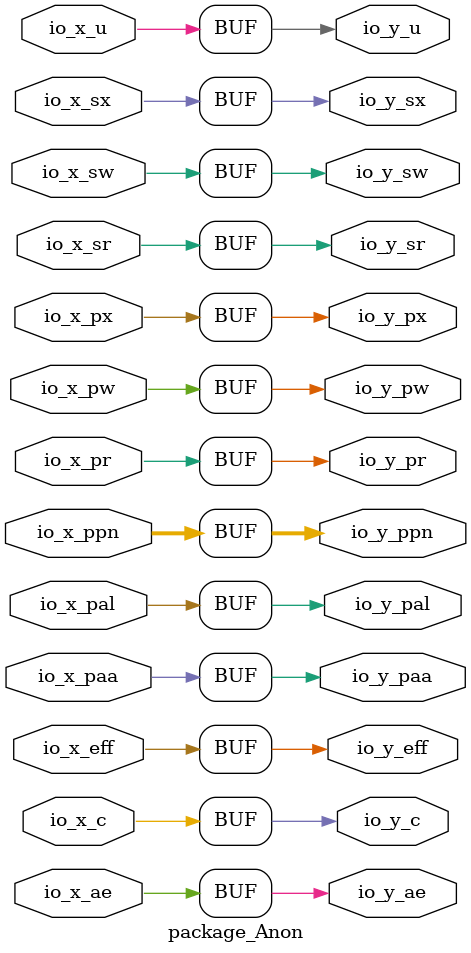
<source format=v>
module package_Anon( // @[:chipyard.TestHarness.RocketConfig.fir@195813.2]
  input  [19:0] io_x_ppn, // @[:chipyard.TestHarness.RocketConfig.fir@195816.4]
  input         io_x_u, // @[:chipyard.TestHarness.RocketConfig.fir@195816.4]
  input         io_x_ae, // @[:chipyard.TestHarness.RocketConfig.fir@195816.4]
  input         io_x_sw, // @[:chipyard.TestHarness.RocketConfig.fir@195816.4]
  input         io_x_sx, // @[:chipyard.TestHarness.RocketConfig.fir@195816.4]
  input         io_x_sr, // @[:chipyard.TestHarness.RocketConfig.fir@195816.4]
  input         io_x_pw, // @[:chipyard.TestHarness.RocketConfig.fir@195816.4]
  input         io_x_px, // @[:chipyard.TestHarness.RocketConfig.fir@195816.4]
  input         io_x_pr, // @[:chipyard.TestHarness.RocketConfig.fir@195816.4]
  input         io_x_pal, // @[:chipyard.TestHarness.RocketConfig.fir@195816.4]
  input         io_x_paa, // @[:chipyard.TestHarness.RocketConfig.fir@195816.4]
  input         io_x_eff, // @[:chipyard.TestHarness.RocketConfig.fir@195816.4]
  input         io_x_c, // @[:chipyard.TestHarness.RocketConfig.fir@195816.4]
  output [19:0] io_y_ppn, // @[:chipyard.TestHarness.RocketConfig.fir@195816.4]
  output        io_y_u, // @[:chipyard.TestHarness.RocketConfig.fir@195816.4]
  output        io_y_ae, // @[:chipyard.TestHarness.RocketConfig.fir@195816.4]
  output        io_y_sw, // @[:chipyard.TestHarness.RocketConfig.fir@195816.4]
  output        io_y_sx, // @[:chipyard.TestHarness.RocketConfig.fir@195816.4]
  output        io_y_sr, // @[:chipyard.TestHarness.RocketConfig.fir@195816.4]
  output        io_y_pw, // @[:chipyard.TestHarness.RocketConfig.fir@195816.4]
  output        io_y_px, // @[:chipyard.TestHarness.RocketConfig.fir@195816.4]
  output        io_y_pr, // @[:chipyard.TestHarness.RocketConfig.fir@195816.4]
  output        io_y_pal, // @[:chipyard.TestHarness.RocketConfig.fir@195816.4]
  output        io_y_paa, // @[:chipyard.TestHarness.RocketConfig.fir@195816.4]
  output        io_y_eff, // @[:chipyard.TestHarness.RocketConfig.fir@195816.4]
  output        io_y_c // @[:chipyard.TestHarness.RocketConfig.fir@195816.4]
);
  assign io_y_ppn = io_x_ppn; // @[package.scala 218:12:chipyard.TestHarness.RocketConfig.fir@195821.4]
  assign io_y_u = io_x_u; // @[package.scala 218:12:chipyard.TestHarness.RocketConfig.fir@195821.4]
  assign io_y_ae = io_x_ae; // @[package.scala 218:12:chipyard.TestHarness.RocketConfig.fir@195821.4]
  assign io_y_sw = io_x_sw; // @[package.scala 218:12:chipyard.TestHarness.RocketConfig.fir@195821.4]
  assign io_y_sx = io_x_sx; // @[package.scala 218:12:chipyard.TestHarness.RocketConfig.fir@195821.4]
  assign io_y_sr = io_x_sr; // @[package.scala 218:12:chipyard.TestHarness.RocketConfig.fir@195821.4]
  assign io_y_pw = io_x_pw; // @[package.scala 218:12:chipyard.TestHarness.RocketConfig.fir@195821.4]
  assign io_y_px = io_x_px; // @[package.scala 218:12:chipyard.TestHarness.RocketConfig.fir@195821.4]
  assign io_y_pr = io_x_pr; // @[package.scala 218:12:chipyard.TestHarness.RocketConfig.fir@195821.4]
  assign io_y_pal = io_x_pal; // @[package.scala 218:12:chipyard.TestHarness.RocketConfig.fir@195821.4]
  assign io_y_paa = io_x_paa; // @[package.scala 218:12:chipyard.TestHarness.RocketConfig.fir@195821.4]
  assign io_y_eff = io_x_eff; // @[package.scala 218:12:chipyard.TestHarness.RocketConfig.fir@195821.4]
  assign io_y_c = io_x_c; // @[package.scala 218:12:chipyard.TestHarness.RocketConfig.fir@195821.4]
endmodule

</source>
